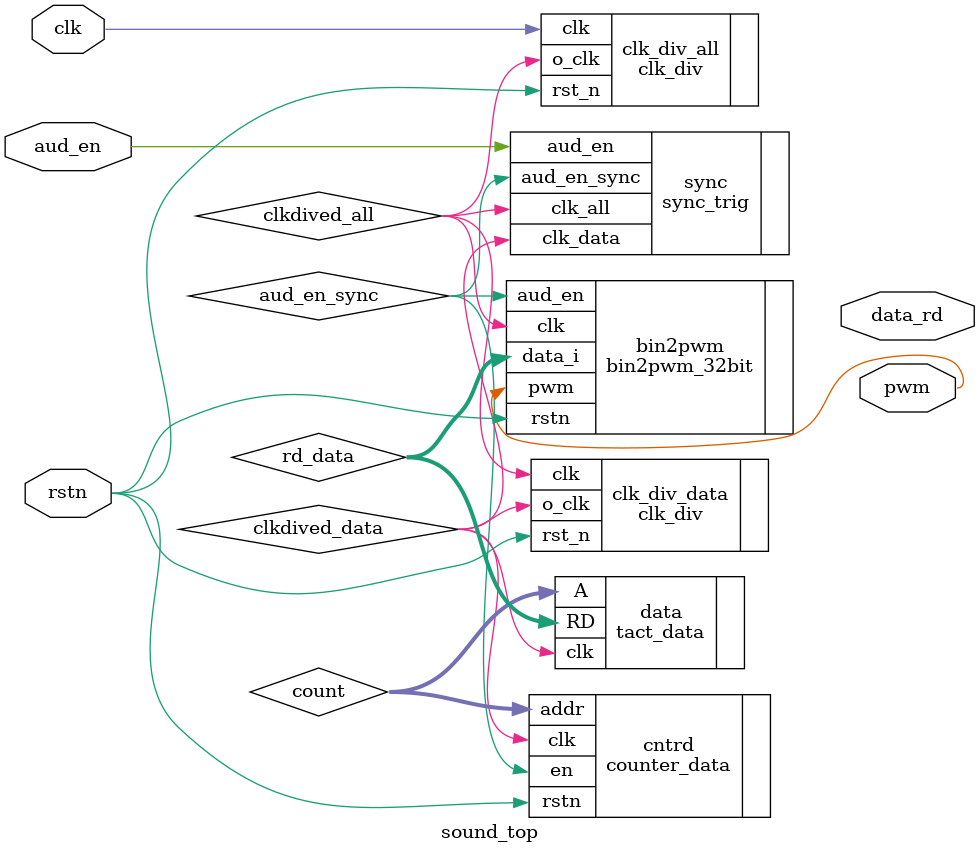
<source format=sv>
module sound_top(
	input clk,
	input rstn,
	input aud_en,
	output pwm,
	output logic [15:0] data_rd

);



logic clkdived_data, clkdived_all;
logic [31:0] count;
logic [31:0] rd_data;
logic aud_en_sync;


bin2pwm_32bit bin2pwm(
			.clk(clkdived_all),
			.aud_en(aud_en_sync),
			.rstn(rstn),
			.data_i(rd_data),
			.pwm(pwm)
			);

tact_data data(
			.A(count),
			.clk(clkdived_data),
			.RD(rd_data)
	);



clk_div 
         #(.WIDTH(11),
          .N(1024))
clk_div_data(
			.clk(clkdived_all),
			.rst_n(rstn),
			.o_clk(clkdived_data)
			);


clk_div  #(.WIDTH(2),
          .N(3))
clk_div_all(
			.clk(clk),
			.rst_n(rstn),
			.o_clk(clkdived_all)
			); 


sync_trig sync(
			.clk_all(clkdived_all),
			.clk_data(clkdived_data),
			.aud_en(aud_en),
			.aud_en_sync(aud_en_sync)
			);



counter_data cntrd(
			.clk(clkdived_data),
			.rstn(rstn),
			.en(aud_en_sync),
			.addr(count)
			);






// always@(posedge clkdived_data or negedge rstn) begin
// 	if(rstn&aud_en_sync) 	 count<=count + 1;
// 	else		             count<=0;

// end




endmodule
</source>
